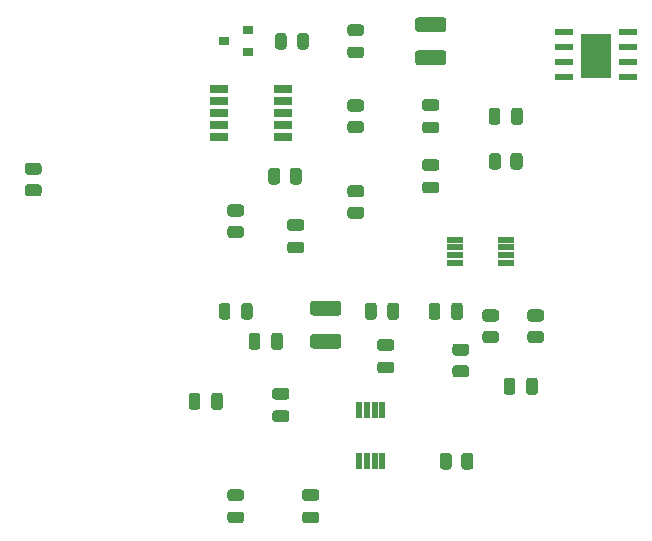
<source format=gbr>
%TF.GenerationSoftware,KiCad,Pcbnew,(5.1.10)-1*%
%TF.CreationDate,2021-08-29T18:49:46-07:00*%
%TF.ProjectId,Solar Charger,536f6c61-7220-4436-9861-726765722e6b,rev?*%
%TF.SameCoordinates,Original*%
%TF.FileFunction,Paste,Top*%
%TF.FilePolarity,Positive*%
%FSLAX46Y46*%
G04 Gerber Fmt 4.6, Leading zero omitted, Abs format (unit mm)*
G04 Created by KiCad (PCBNEW (5.1.10)-1) date 2021-08-29 18:49:46*
%MOMM*%
%LPD*%
G01*
G04 APERTURE LIST*
%ADD10R,0.480000X1.470000*%
%ADD11R,1.525000X0.650000*%
%ADD12R,1.470000X0.480000*%
%ADD13R,2.620000X3.810000*%
%ADD14R,1.600000X0.610000*%
%ADD15R,0.900000X0.800000*%
G04 APERTURE END LIST*
D10*
%TO.C,U4*%
X101305000Y-87140000D03*
X100655000Y-87140000D03*
X100005000Y-87140000D03*
X99355000Y-87140000D03*
X99355000Y-91440000D03*
X100005000Y-91440000D03*
X100655000Y-91440000D03*
X101305000Y-91440000D03*
%TD*%
D11*
%TO.C,U3*%
X87458000Y-59960000D03*
X87458000Y-60960000D03*
X87458000Y-61960000D03*
X87458000Y-62960000D03*
X87458000Y-63960000D03*
X92882000Y-63960000D03*
X92882000Y-62960000D03*
X92882000Y-61960000D03*
X92882000Y-60960000D03*
X92882000Y-59960000D03*
%TD*%
D12*
%TO.C,U2*%
X111760000Y-74635000D03*
X111760000Y-73985000D03*
X111760000Y-73335000D03*
X111760000Y-72685000D03*
X107460000Y-72685000D03*
X107460000Y-73335000D03*
X107460000Y-73985000D03*
X107460000Y-74635000D03*
%TD*%
D13*
%TO.C,U1*%
X119380000Y-57150000D03*
D14*
X122080000Y-57635000D03*
X116680000Y-55095000D03*
X116680000Y-56365000D03*
X116680000Y-57635000D03*
X116680000Y-58905000D03*
X122080000Y-55095000D03*
X122080000Y-56365000D03*
X122080000Y-58905000D03*
%TD*%
%TO.C,R10*%
G36*
G01*
X107992500Y-91890001D02*
X107992500Y-90989999D01*
G75*
G02*
X108242499Y-90740000I249999J0D01*
G01*
X108767501Y-90740000D01*
G75*
G02*
X109017500Y-90989999I0J-249999D01*
G01*
X109017500Y-91890001D01*
G75*
G02*
X108767501Y-92140000I-249999J0D01*
G01*
X108242499Y-92140000D01*
G75*
G02*
X107992500Y-91890001I0J249999D01*
G01*
G37*
G36*
G01*
X106167500Y-91890001D02*
X106167500Y-90989999D01*
G75*
G02*
X106417499Y-90740000I249999J0D01*
G01*
X106942501Y-90740000D01*
G75*
G02*
X107192500Y-90989999I0J-249999D01*
G01*
X107192500Y-91890001D01*
G75*
G02*
X106942501Y-92140000I-249999J0D01*
G01*
X106417499Y-92140000D01*
G75*
G02*
X106167500Y-91890001I0J249999D01*
G01*
G37*
%TD*%
%TO.C,R9*%
G36*
G01*
X99510001Y-61830000D02*
X98609999Y-61830000D01*
G75*
G02*
X98360000Y-61580001I0J249999D01*
G01*
X98360000Y-61054999D01*
G75*
G02*
X98609999Y-60805000I249999J0D01*
G01*
X99510001Y-60805000D01*
G75*
G02*
X99760000Y-61054999I0J-249999D01*
G01*
X99760000Y-61580001D01*
G75*
G02*
X99510001Y-61830000I-249999J0D01*
G01*
G37*
G36*
G01*
X99510001Y-63655000D02*
X98609999Y-63655000D01*
G75*
G02*
X98360000Y-63405001I0J249999D01*
G01*
X98360000Y-62879999D01*
G75*
G02*
X98609999Y-62630000I249999J0D01*
G01*
X99510001Y-62630000D01*
G75*
G02*
X99760000Y-62879999I0J-249999D01*
G01*
X99760000Y-63405001D01*
G75*
G02*
X99510001Y-63655000I-249999J0D01*
G01*
G37*
%TD*%
%TO.C,R8*%
G36*
G01*
X99510001Y-69092500D02*
X98609999Y-69092500D01*
G75*
G02*
X98360000Y-68842501I0J249999D01*
G01*
X98360000Y-68317499D01*
G75*
G02*
X98609999Y-68067500I249999J0D01*
G01*
X99510001Y-68067500D01*
G75*
G02*
X99760000Y-68317499I0J-249999D01*
G01*
X99760000Y-68842501D01*
G75*
G02*
X99510001Y-69092500I-249999J0D01*
G01*
G37*
G36*
G01*
X99510001Y-70917500D02*
X98609999Y-70917500D01*
G75*
G02*
X98360000Y-70667501I0J249999D01*
G01*
X98360000Y-70142499D01*
G75*
G02*
X98609999Y-69892500I249999J0D01*
G01*
X99510001Y-69892500D01*
G75*
G02*
X99760000Y-70142499I0J-249999D01*
G01*
X99760000Y-70667501D01*
G75*
G02*
X99510001Y-70917500I-249999J0D01*
G01*
G37*
%TD*%
%TO.C,R7*%
G36*
G01*
X93467500Y-67760001D02*
X93467500Y-66859999D01*
G75*
G02*
X93717499Y-66610000I249999J0D01*
G01*
X94242501Y-66610000D01*
G75*
G02*
X94492500Y-66859999I0J-249999D01*
G01*
X94492500Y-67760001D01*
G75*
G02*
X94242501Y-68010000I-249999J0D01*
G01*
X93717499Y-68010000D01*
G75*
G02*
X93467500Y-67760001I0J249999D01*
G01*
G37*
G36*
G01*
X91642500Y-67760001D02*
X91642500Y-66859999D01*
G75*
G02*
X91892499Y-66610000I249999J0D01*
G01*
X92417501Y-66610000D01*
G75*
G02*
X92667500Y-66859999I0J-249999D01*
G01*
X92667500Y-67760001D01*
G75*
G02*
X92417501Y-68010000I-249999J0D01*
G01*
X91892499Y-68010000D01*
G75*
G02*
X91642500Y-67760001I0J249999D01*
G01*
G37*
%TD*%
%TO.C,R6*%
G36*
G01*
X110039999Y-80410000D02*
X110940001Y-80410000D01*
G75*
G02*
X111190000Y-80659999I0J-249999D01*
G01*
X111190000Y-81185001D01*
G75*
G02*
X110940001Y-81435000I-249999J0D01*
G01*
X110039999Y-81435000D01*
G75*
G02*
X109790000Y-81185001I0J249999D01*
G01*
X109790000Y-80659999D01*
G75*
G02*
X110039999Y-80410000I249999J0D01*
G01*
G37*
G36*
G01*
X110039999Y-78585000D02*
X110940001Y-78585000D01*
G75*
G02*
X111190000Y-78834999I0J-249999D01*
G01*
X111190000Y-79360001D01*
G75*
G02*
X110940001Y-79610000I-249999J0D01*
G01*
X110039999Y-79610000D01*
G75*
G02*
X109790000Y-79360001I0J249999D01*
G01*
X109790000Y-78834999D01*
G75*
G02*
X110039999Y-78585000I249999J0D01*
G01*
G37*
%TD*%
%TO.C,R5*%
G36*
G01*
X108400001Y-82507500D02*
X107499999Y-82507500D01*
G75*
G02*
X107250000Y-82257501I0J249999D01*
G01*
X107250000Y-81732499D01*
G75*
G02*
X107499999Y-81482500I249999J0D01*
G01*
X108400001Y-81482500D01*
G75*
G02*
X108650000Y-81732499I0J-249999D01*
G01*
X108650000Y-82257501D01*
G75*
G02*
X108400001Y-82507500I-249999J0D01*
G01*
G37*
G36*
G01*
X108400001Y-84332500D02*
X107499999Y-84332500D01*
G75*
G02*
X107250000Y-84082501I0J249999D01*
G01*
X107250000Y-83557499D01*
G75*
G02*
X107499999Y-83307500I249999J0D01*
G01*
X108400001Y-83307500D01*
G75*
G02*
X108650000Y-83557499I0J-249999D01*
G01*
X108650000Y-84082501D01*
G75*
G02*
X108400001Y-84332500I-249999J0D01*
G01*
G37*
%TD*%
%TO.C,R4*%
G36*
G01*
X113849999Y-80410000D02*
X114750001Y-80410000D01*
G75*
G02*
X115000000Y-80659999I0J-249999D01*
G01*
X115000000Y-81185001D01*
G75*
G02*
X114750001Y-81435000I-249999J0D01*
G01*
X113849999Y-81435000D01*
G75*
G02*
X113600000Y-81185001I0J249999D01*
G01*
X113600000Y-80659999D01*
G75*
G02*
X113849999Y-80410000I249999J0D01*
G01*
G37*
G36*
G01*
X113849999Y-78585000D02*
X114750001Y-78585000D01*
G75*
G02*
X115000000Y-78834999I0J-249999D01*
G01*
X115000000Y-79360001D01*
G75*
G02*
X114750001Y-79610000I-249999J0D01*
G01*
X113849999Y-79610000D01*
G75*
G02*
X113600000Y-79360001I0J249999D01*
G01*
X113600000Y-78834999D01*
G75*
G02*
X113849999Y-78585000I249999J0D01*
G01*
G37*
%TD*%
%TO.C,R3*%
G36*
G01*
X89350001Y-70720000D02*
X88449999Y-70720000D01*
G75*
G02*
X88200000Y-70470001I0J249999D01*
G01*
X88200000Y-69944999D01*
G75*
G02*
X88449999Y-69695000I249999J0D01*
G01*
X89350001Y-69695000D01*
G75*
G02*
X89600000Y-69944999I0J-249999D01*
G01*
X89600000Y-70470001D01*
G75*
G02*
X89350001Y-70720000I-249999J0D01*
G01*
G37*
G36*
G01*
X89350001Y-72545000D02*
X88449999Y-72545000D01*
G75*
G02*
X88200000Y-72295001I0J249999D01*
G01*
X88200000Y-71769999D01*
G75*
G02*
X88449999Y-71520000I249999J0D01*
G01*
X89350001Y-71520000D01*
G75*
G02*
X89600000Y-71769999I0J-249999D01*
G01*
X89600000Y-72295001D01*
G75*
G02*
X89350001Y-72545000I-249999J0D01*
G01*
G37*
%TD*%
%TO.C,R2*%
G36*
G01*
X72205001Y-67187500D02*
X71304999Y-67187500D01*
G75*
G02*
X71055000Y-66937501I0J249999D01*
G01*
X71055000Y-66412499D01*
G75*
G02*
X71304999Y-66162500I249999J0D01*
G01*
X72205001Y-66162500D01*
G75*
G02*
X72455000Y-66412499I0J-249999D01*
G01*
X72455000Y-66937501D01*
G75*
G02*
X72205001Y-67187500I-249999J0D01*
G01*
G37*
G36*
G01*
X72205001Y-69012500D02*
X71304999Y-69012500D01*
G75*
G02*
X71055000Y-68762501I0J249999D01*
G01*
X71055000Y-68237499D01*
G75*
G02*
X71304999Y-67987500I249999J0D01*
G01*
X72205001Y-67987500D01*
G75*
G02*
X72455000Y-68237499I0J-249999D01*
G01*
X72455000Y-68762501D01*
G75*
G02*
X72205001Y-69012500I-249999J0D01*
G01*
G37*
%TD*%
%TO.C,R1*%
G36*
G01*
X111360000Y-65589999D02*
X111360000Y-66490001D01*
G75*
G02*
X111110001Y-66740000I-249999J0D01*
G01*
X110584999Y-66740000D01*
G75*
G02*
X110335000Y-66490001I0J249999D01*
G01*
X110335000Y-65589999D01*
G75*
G02*
X110584999Y-65340000I249999J0D01*
G01*
X111110001Y-65340000D01*
G75*
G02*
X111360000Y-65589999I0J-249999D01*
G01*
G37*
G36*
G01*
X113185000Y-65589999D02*
X113185000Y-66490001D01*
G75*
G02*
X112935001Y-66740000I-249999J0D01*
G01*
X112409999Y-66740000D01*
G75*
G02*
X112160000Y-66490001I0J249999D01*
G01*
X112160000Y-65589999D01*
G75*
G02*
X112409999Y-65340000I249999J0D01*
G01*
X112935001Y-65340000D01*
G75*
G02*
X113185000Y-65589999I0J-249999D01*
G01*
G37*
%TD*%
D15*
%TO.C,Q1*%
X87900000Y-55880000D03*
X89900000Y-54930000D03*
X89900000Y-56830000D03*
%TD*%
%TO.C,L2*%
G36*
G01*
X106485000Y-55105000D02*
X104335000Y-55105000D01*
G75*
G02*
X104085000Y-54855000I0J250000D01*
G01*
X104085000Y-54105000D01*
G75*
G02*
X104335000Y-53855000I250000J0D01*
G01*
X106485000Y-53855000D01*
G75*
G02*
X106735000Y-54105000I0J-250000D01*
G01*
X106735000Y-54855000D01*
G75*
G02*
X106485000Y-55105000I-250000J0D01*
G01*
G37*
G36*
G01*
X106485000Y-57905000D02*
X104335000Y-57905000D01*
G75*
G02*
X104085000Y-57655000I0J250000D01*
G01*
X104085000Y-56905000D01*
G75*
G02*
X104335000Y-56655000I250000J0D01*
G01*
X106485000Y-56655000D01*
G75*
G02*
X106735000Y-56905000I0J-250000D01*
G01*
X106735000Y-57655000D01*
G75*
G02*
X106485000Y-57905000I-250000J0D01*
G01*
G37*
%TD*%
%TO.C,L1*%
G36*
G01*
X97595000Y-79105000D02*
X95445000Y-79105000D01*
G75*
G02*
X95195000Y-78855000I0J250000D01*
G01*
X95195000Y-78105000D01*
G75*
G02*
X95445000Y-77855000I250000J0D01*
G01*
X97595000Y-77855000D01*
G75*
G02*
X97845000Y-78105000I0J-250000D01*
G01*
X97845000Y-78855000D01*
G75*
G02*
X97595000Y-79105000I-250000J0D01*
G01*
G37*
G36*
G01*
X97595000Y-81905000D02*
X95445000Y-81905000D01*
G75*
G02*
X95195000Y-81655000I0J250000D01*
G01*
X95195000Y-80905000D01*
G75*
G02*
X95445000Y-80655000I250000J0D01*
G01*
X97595000Y-80655000D01*
G75*
G02*
X97845000Y-80905000I0J-250000D01*
G01*
X97845000Y-81655000D01*
G75*
G02*
X97595000Y-81905000I-250000J0D01*
G01*
G37*
%TD*%
%TO.C,D6*%
G36*
G01*
X88443750Y-95700000D02*
X89356250Y-95700000D01*
G75*
G02*
X89600000Y-95943750I0J-243750D01*
G01*
X89600000Y-96431250D01*
G75*
G02*
X89356250Y-96675000I-243750J0D01*
G01*
X88443750Y-96675000D01*
G75*
G02*
X88200000Y-96431250I0J243750D01*
G01*
X88200000Y-95943750D01*
G75*
G02*
X88443750Y-95700000I243750J0D01*
G01*
G37*
G36*
G01*
X88443750Y-93825000D02*
X89356250Y-93825000D01*
G75*
G02*
X89600000Y-94068750I0J-243750D01*
G01*
X89600000Y-94556250D01*
G75*
G02*
X89356250Y-94800000I-243750J0D01*
G01*
X88443750Y-94800000D01*
G75*
G02*
X88200000Y-94556250I0J243750D01*
G01*
X88200000Y-94068750D01*
G75*
G02*
X88443750Y-93825000I243750J0D01*
G01*
G37*
%TD*%
%TO.C,D5*%
G36*
G01*
X99516250Y-55430000D02*
X98603750Y-55430000D01*
G75*
G02*
X98360000Y-55186250I0J243750D01*
G01*
X98360000Y-54698750D01*
G75*
G02*
X98603750Y-54455000I243750J0D01*
G01*
X99516250Y-54455000D01*
G75*
G02*
X99760000Y-54698750I0J-243750D01*
G01*
X99760000Y-55186250D01*
G75*
G02*
X99516250Y-55430000I-243750J0D01*
G01*
G37*
G36*
G01*
X99516250Y-57305000D02*
X98603750Y-57305000D01*
G75*
G02*
X98360000Y-57061250I0J243750D01*
G01*
X98360000Y-56573750D01*
G75*
G02*
X98603750Y-56330000I243750J0D01*
G01*
X99516250Y-56330000D01*
G75*
G02*
X99760000Y-56573750I0J-243750D01*
G01*
X99760000Y-57061250D01*
G75*
G02*
X99516250Y-57305000I-243750J0D01*
G01*
G37*
%TD*%
%TO.C,D4*%
G36*
G01*
X93197500Y-55423750D02*
X93197500Y-56336250D01*
G75*
G02*
X92953750Y-56580000I-243750J0D01*
G01*
X92466250Y-56580000D01*
G75*
G02*
X92222500Y-56336250I0J243750D01*
G01*
X92222500Y-55423750D01*
G75*
G02*
X92466250Y-55180000I243750J0D01*
G01*
X92953750Y-55180000D01*
G75*
G02*
X93197500Y-55423750I0J-243750D01*
G01*
G37*
G36*
G01*
X95072500Y-55423750D02*
X95072500Y-56336250D01*
G75*
G02*
X94828750Y-56580000I-243750J0D01*
G01*
X94341250Y-56580000D01*
G75*
G02*
X94097500Y-56336250I0J243750D01*
G01*
X94097500Y-55423750D01*
G75*
G02*
X94341250Y-55180000I243750J0D01*
G01*
X94828750Y-55180000D01*
G75*
G02*
X95072500Y-55423750I0J-243750D01*
G01*
G37*
%TD*%
%TO.C,D3*%
G36*
G01*
X89350000Y-79196250D02*
X89350000Y-78283750D01*
G75*
G02*
X89593750Y-78040000I243750J0D01*
G01*
X90081250Y-78040000D01*
G75*
G02*
X90325000Y-78283750I0J-243750D01*
G01*
X90325000Y-79196250D01*
G75*
G02*
X90081250Y-79440000I-243750J0D01*
G01*
X89593750Y-79440000D01*
G75*
G02*
X89350000Y-79196250I0J243750D01*
G01*
G37*
G36*
G01*
X87475000Y-79196250D02*
X87475000Y-78283750D01*
G75*
G02*
X87718750Y-78040000I243750J0D01*
G01*
X88206250Y-78040000D01*
G75*
G02*
X88450000Y-78283750I0J-243750D01*
G01*
X88450000Y-79196250D01*
G75*
G02*
X88206250Y-79440000I-243750J0D01*
G01*
X87718750Y-79440000D01*
G75*
G02*
X87475000Y-79196250I0J243750D01*
G01*
G37*
%TD*%
%TO.C,C12*%
G36*
G01*
X90990000Y-80805000D02*
X90990000Y-81755000D01*
G75*
G02*
X90740000Y-82005000I-250000J0D01*
G01*
X90240000Y-82005000D01*
G75*
G02*
X89990000Y-81755000I0J250000D01*
G01*
X89990000Y-80805000D01*
G75*
G02*
X90240000Y-80555000I250000J0D01*
G01*
X90740000Y-80555000D01*
G75*
G02*
X90990000Y-80805000I0J-250000D01*
G01*
G37*
G36*
G01*
X92890000Y-80805000D02*
X92890000Y-81755000D01*
G75*
G02*
X92640000Y-82005000I-250000J0D01*
G01*
X92140000Y-82005000D01*
G75*
G02*
X91890000Y-81755000I0J250000D01*
G01*
X91890000Y-80805000D01*
G75*
G02*
X92140000Y-80555000I250000J0D01*
G01*
X92640000Y-80555000D01*
G75*
G02*
X92890000Y-80805000I0J-250000D01*
G01*
G37*
%TD*%
%TO.C,C11*%
G36*
G01*
X101730000Y-79215000D02*
X101730000Y-78265000D01*
G75*
G02*
X101980000Y-78015000I250000J0D01*
G01*
X102480000Y-78015000D01*
G75*
G02*
X102730000Y-78265000I0J-250000D01*
G01*
X102730000Y-79215000D01*
G75*
G02*
X102480000Y-79465000I-250000J0D01*
G01*
X101980000Y-79465000D01*
G75*
G02*
X101730000Y-79215000I0J250000D01*
G01*
G37*
G36*
G01*
X99830000Y-79215000D02*
X99830000Y-78265000D01*
G75*
G02*
X100080000Y-78015000I250000J0D01*
G01*
X100580000Y-78015000D01*
G75*
G02*
X100830000Y-78265000I0J-250000D01*
G01*
X100830000Y-79215000D01*
G75*
G02*
X100580000Y-79465000I-250000J0D01*
G01*
X100080000Y-79465000D01*
G75*
G02*
X99830000Y-79215000I0J250000D01*
G01*
G37*
%TD*%
%TO.C,C10*%
G36*
G01*
X104935000Y-67760000D02*
X105885000Y-67760000D01*
G75*
G02*
X106135000Y-68010000I0J-250000D01*
G01*
X106135000Y-68510000D01*
G75*
G02*
X105885000Y-68760000I-250000J0D01*
G01*
X104935000Y-68760000D01*
G75*
G02*
X104685000Y-68510000I0J250000D01*
G01*
X104685000Y-68010000D01*
G75*
G02*
X104935000Y-67760000I250000J0D01*
G01*
G37*
G36*
G01*
X104935000Y-65860000D02*
X105885000Y-65860000D01*
G75*
G02*
X106135000Y-66110000I0J-250000D01*
G01*
X106135000Y-66610000D01*
G75*
G02*
X105885000Y-66860000I-250000J0D01*
G01*
X104935000Y-66860000D01*
G75*
G02*
X104685000Y-66610000I0J250000D01*
G01*
X104685000Y-66110000D01*
G75*
G02*
X104935000Y-65860000I250000J0D01*
G01*
G37*
%TD*%
%TO.C,C9*%
G36*
G01*
X94775000Y-95700000D02*
X95725000Y-95700000D01*
G75*
G02*
X95975000Y-95950000I0J-250000D01*
G01*
X95975000Y-96450000D01*
G75*
G02*
X95725000Y-96700000I-250000J0D01*
G01*
X94775000Y-96700000D01*
G75*
G02*
X94525000Y-96450000I0J250000D01*
G01*
X94525000Y-95950000D01*
G75*
G02*
X94775000Y-95700000I250000J0D01*
G01*
G37*
G36*
G01*
X94775000Y-93800000D02*
X95725000Y-93800000D01*
G75*
G02*
X95975000Y-94050000I0J-250000D01*
G01*
X95975000Y-94550000D01*
G75*
G02*
X95725000Y-94800000I-250000J0D01*
G01*
X94775000Y-94800000D01*
G75*
G02*
X94525000Y-94550000I0J250000D01*
G01*
X94525000Y-94050000D01*
G75*
G02*
X94775000Y-93800000I250000J0D01*
G01*
G37*
%TD*%
%TO.C,C8*%
G36*
G01*
X104935000Y-62680000D02*
X105885000Y-62680000D01*
G75*
G02*
X106135000Y-62930000I0J-250000D01*
G01*
X106135000Y-63430000D01*
G75*
G02*
X105885000Y-63680000I-250000J0D01*
G01*
X104935000Y-63680000D01*
G75*
G02*
X104685000Y-63430000I0J250000D01*
G01*
X104685000Y-62930000D01*
G75*
G02*
X104935000Y-62680000I250000J0D01*
G01*
G37*
G36*
G01*
X104935000Y-60780000D02*
X105885000Y-60780000D01*
G75*
G02*
X106135000Y-61030000I0J-250000D01*
G01*
X106135000Y-61530000D01*
G75*
G02*
X105885000Y-61780000I-250000J0D01*
G01*
X104935000Y-61780000D01*
G75*
G02*
X104685000Y-61530000I0J250000D01*
G01*
X104685000Y-61030000D01*
G75*
G02*
X104935000Y-60780000I250000J0D01*
G01*
G37*
%TD*%
%TO.C,C7*%
G36*
G01*
X102075000Y-82100000D02*
X101125000Y-82100000D01*
G75*
G02*
X100875000Y-81850000I0J250000D01*
G01*
X100875000Y-81350000D01*
G75*
G02*
X101125000Y-81100000I250000J0D01*
G01*
X102075000Y-81100000D01*
G75*
G02*
X102325000Y-81350000I0J-250000D01*
G01*
X102325000Y-81850000D01*
G75*
G02*
X102075000Y-82100000I-250000J0D01*
G01*
G37*
G36*
G01*
X102075000Y-84000000D02*
X101125000Y-84000000D01*
G75*
G02*
X100875000Y-83750000I0J250000D01*
G01*
X100875000Y-83250000D01*
G75*
G02*
X101125000Y-83000000I250000J0D01*
G01*
X102075000Y-83000000D01*
G75*
G02*
X102325000Y-83250000I0J-250000D01*
G01*
X102325000Y-83750000D01*
G75*
G02*
X102075000Y-84000000I-250000J0D01*
G01*
G37*
%TD*%
%TO.C,C6*%
G36*
G01*
X85910000Y-85885000D02*
X85910000Y-86835000D01*
G75*
G02*
X85660000Y-87085000I-250000J0D01*
G01*
X85160000Y-87085000D01*
G75*
G02*
X84910000Y-86835000I0J250000D01*
G01*
X84910000Y-85885000D01*
G75*
G02*
X85160000Y-85635000I250000J0D01*
G01*
X85660000Y-85635000D01*
G75*
G02*
X85910000Y-85885000I0J-250000D01*
G01*
G37*
G36*
G01*
X87810000Y-85885000D02*
X87810000Y-86835000D01*
G75*
G02*
X87560000Y-87085000I-250000J0D01*
G01*
X87060000Y-87085000D01*
G75*
G02*
X86810000Y-86835000I0J250000D01*
G01*
X86810000Y-85885000D01*
G75*
G02*
X87060000Y-85635000I250000J0D01*
G01*
X87560000Y-85635000D01*
G75*
G02*
X87810000Y-85885000I0J-250000D01*
G01*
G37*
%TD*%
%TO.C,C5*%
G36*
G01*
X93185000Y-86230000D02*
X92235000Y-86230000D01*
G75*
G02*
X91985000Y-85980000I0J250000D01*
G01*
X91985000Y-85480000D01*
G75*
G02*
X92235000Y-85230000I250000J0D01*
G01*
X93185000Y-85230000D01*
G75*
G02*
X93435000Y-85480000I0J-250000D01*
G01*
X93435000Y-85980000D01*
G75*
G02*
X93185000Y-86230000I-250000J0D01*
G01*
G37*
G36*
G01*
X93185000Y-88130000D02*
X92235000Y-88130000D01*
G75*
G02*
X91985000Y-87880000I0J250000D01*
G01*
X91985000Y-87380000D01*
G75*
G02*
X92235000Y-87130000I250000J0D01*
G01*
X93185000Y-87130000D01*
G75*
G02*
X93435000Y-87380000I0J-250000D01*
G01*
X93435000Y-87880000D01*
G75*
G02*
X93185000Y-88130000I-250000J0D01*
G01*
G37*
%TD*%
%TO.C,C4*%
G36*
G01*
X112580000Y-84615000D02*
X112580000Y-85565000D01*
G75*
G02*
X112330000Y-85815000I-250000J0D01*
G01*
X111830000Y-85815000D01*
G75*
G02*
X111580000Y-85565000I0J250000D01*
G01*
X111580000Y-84615000D01*
G75*
G02*
X111830000Y-84365000I250000J0D01*
G01*
X112330000Y-84365000D01*
G75*
G02*
X112580000Y-84615000I0J-250000D01*
G01*
G37*
G36*
G01*
X114480000Y-84615000D02*
X114480000Y-85565000D01*
G75*
G02*
X114230000Y-85815000I-250000J0D01*
G01*
X113730000Y-85815000D01*
G75*
G02*
X113480000Y-85565000I0J250000D01*
G01*
X113480000Y-84615000D01*
G75*
G02*
X113730000Y-84365000I250000J0D01*
G01*
X114230000Y-84365000D01*
G75*
G02*
X114480000Y-84615000I0J-250000D01*
G01*
G37*
%TD*%
%TO.C,C3*%
G36*
G01*
X107130000Y-79215000D02*
X107130000Y-78265000D01*
G75*
G02*
X107380000Y-78015000I250000J0D01*
G01*
X107880000Y-78015000D01*
G75*
G02*
X108130000Y-78265000I0J-250000D01*
G01*
X108130000Y-79215000D01*
G75*
G02*
X107880000Y-79465000I-250000J0D01*
G01*
X107380000Y-79465000D01*
G75*
G02*
X107130000Y-79215000I0J250000D01*
G01*
G37*
G36*
G01*
X105230000Y-79215000D02*
X105230000Y-78265000D01*
G75*
G02*
X105480000Y-78015000I250000J0D01*
G01*
X105980000Y-78015000D01*
G75*
G02*
X106230000Y-78265000I0J-250000D01*
G01*
X106230000Y-79215000D01*
G75*
G02*
X105980000Y-79465000I-250000J0D01*
G01*
X105480000Y-79465000D01*
G75*
G02*
X105230000Y-79215000I0J250000D01*
G01*
G37*
%TD*%
%TO.C,C2*%
G36*
G01*
X94455000Y-71940000D02*
X93505000Y-71940000D01*
G75*
G02*
X93255000Y-71690000I0J250000D01*
G01*
X93255000Y-71190000D01*
G75*
G02*
X93505000Y-70940000I250000J0D01*
G01*
X94455000Y-70940000D01*
G75*
G02*
X94705000Y-71190000I0J-250000D01*
G01*
X94705000Y-71690000D01*
G75*
G02*
X94455000Y-71940000I-250000J0D01*
G01*
G37*
G36*
G01*
X94455000Y-73840000D02*
X93505000Y-73840000D01*
G75*
G02*
X93255000Y-73590000I0J250000D01*
G01*
X93255000Y-73090000D01*
G75*
G02*
X93505000Y-72840000I250000J0D01*
G01*
X94455000Y-72840000D01*
G75*
G02*
X94705000Y-73090000I0J-250000D01*
G01*
X94705000Y-73590000D01*
G75*
G02*
X94455000Y-73840000I-250000J0D01*
G01*
G37*
%TD*%
%TO.C,C1*%
G36*
G01*
X112210000Y-62705000D02*
X112210000Y-61755000D01*
G75*
G02*
X112460000Y-61505000I250000J0D01*
G01*
X112960000Y-61505000D01*
G75*
G02*
X113210000Y-61755000I0J-250000D01*
G01*
X113210000Y-62705000D01*
G75*
G02*
X112960000Y-62955000I-250000J0D01*
G01*
X112460000Y-62955000D01*
G75*
G02*
X112210000Y-62705000I0J250000D01*
G01*
G37*
G36*
G01*
X110310000Y-62705000D02*
X110310000Y-61755000D01*
G75*
G02*
X110560000Y-61505000I250000J0D01*
G01*
X111060000Y-61505000D01*
G75*
G02*
X111310000Y-61755000I0J-250000D01*
G01*
X111310000Y-62705000D01*
G75*
G02*
X111060000Y-62955000I-250000J0D01*
G01*
X110560000Y-62955000D01*
G75*
G02*
X110310000Y-62705000I0J250000D01*
G01*
G37*
%TD*%
M02*

</source>
